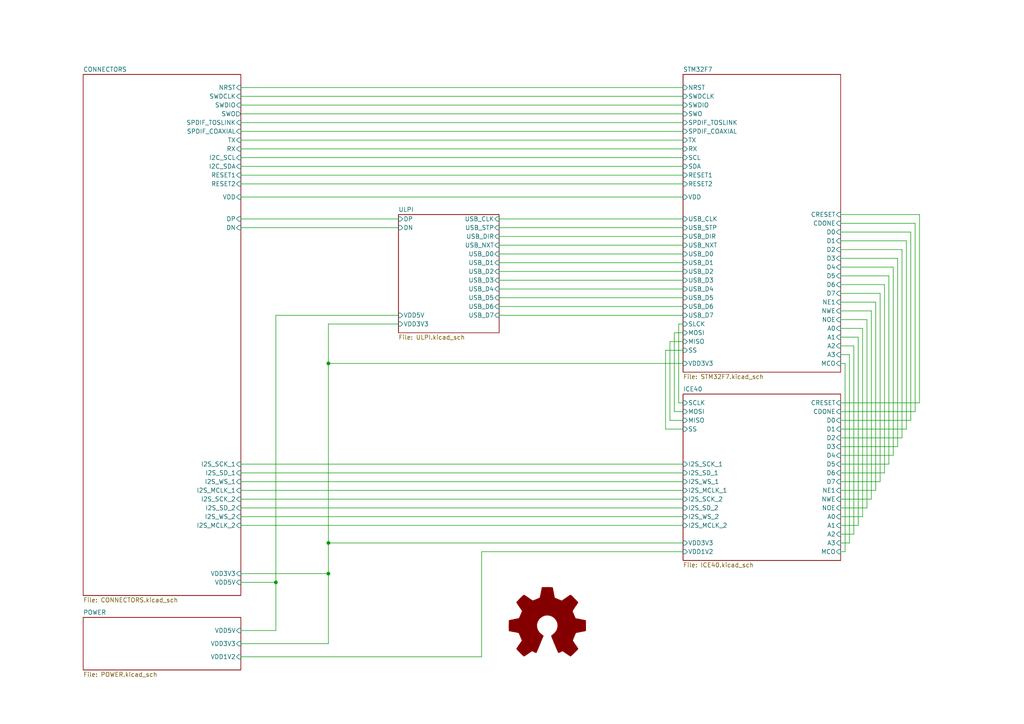
<source format=kicad_sch>
(kicad_sch (version 20211123) (generator eeschema)
  (paper "A4")
  (lib_symbols
    (symbol "Graphic:Logo_Open_Hardware_Large" (pin_names (offset 1.016))
      (symbol "Logo_Open_Hardware_Large_1_1"
        (polyline (pts (xy 6.731 -8.7122) (xy 6.6294 -8.6614) (xy 6.35 -8.4836) (xy 5.9944 -8.255) (xy 5.5372 -7.9502) (xy 5.1054 -7.6454) (xy 4.7498 -7.4168) (xy 4.4958 -7.239) (xy 4.3942 -7.1882) (xy 4.318 -7.2136) (xy 4.1148 -7.3152) (xy 3.81 -7.4676) (xy 3.6322 -7.5692) (xy 3.3528 -7.6708) (xy 3.2258 -7.6962) (xy 3.2004 -7.6708) (xy 3.0988 -7.4676) (xy 2.9464 -7.0866) (xy 2.7178 -6.604) (xy 2.4892 -6.0452) (xy 2.2352 -5.4356) (xy 1.9558 -4.826) (xy 1.7272 -4.2164) (xy 1.4986 -3.683) (xy 1.3208 -3.2512) (xy 1.2192 -2.9464) (xy 1.1684 -2.8194) (xy 1.1938 -2.794) (xy 1.3208 -2.667) (xy 1.5748 -2.4892) (xy 2.0828 -2.0574) (xy 2.6162 -1.397) (xy 2.921 -0.6604) (xy 3.048 0.1524) (xy 2.9464 0.9144) (xy 2.6416 1.6256) (xy 2.1336 2.286) (xy 1.524 2.7686) (xy 0.8128 3.0734) (xy 0 3.175) (xy -0.762 3.0988) (xy -1.4986 2.794) (xy -2.159 2.286) (xy -2.4384 1.9812) (xy -2.8194 1.3208) (xy -3.048 0.6096) (xy -3.0734 0.4318) (xy -3.0226 -0.3556) (xy -2.794 -1.0922) (xy -2.3876 -1.7526) (xy -1.8288 -2.3114) (xy -1.7526 -2.3622) (xy -1.4732 -2.5654) (xy -1.2954 -2.6924) (xy -1.1684 -2.8194) (xy -2.159 -5.207) (xy -2.3114 -5.588) (xy -2.5908 -6.2484) (xy -2.8194 -6.8072) (xy -3.0226 -7.2644) (xy -3.1496 -7.5692) (xy -3.2258 -7.6708) (xy -3.2258 -7.6962) (xy -3.302 -7.6962) (xy -3.4798 -7.6454) (xy -3.8354 -7.4676) (xy -4.0386 -7.366) (xy -4.2926 -7.239) (xy -4.4196 -7.1882) (xy -4.5212 -7.239) (xy -4.7498 -7.3914) (xy -5.1054 -7.6454) (xy -5.5372 -7.9248) (xy -5.9436 -8.2042) (xy -6.3246 -8.4582) (xy -6.604 -8.636) (xy -6.731 -8.7122) (xy -6.7564 -8.7122) (xy -6.858 -8.636) (xy -7.0866 -8.4582) (xy -7.4168 -8.1534) (xy -7.874 -7.6962) (xy -7.9502 -7.62) (xy -8.3312 -7.239) (xy -8.636 -6.9088) (xy -8.8392 -6.6802) (xy -8.9154 -6.5786) (xy -8.9154 -6.5786) (xy -8.8392 -6.4516) (xy -8.6614 -6.1722) (xy -8.4328 -5.7912) (xy -8.128 -5.3594) (xy -7.3152 -4.191) (xy -7.7724 -3.0988) (xy -7.8994 -2.7686) (xy -8.0772 -2.3622) (xy -8.2042 -2.0828) (xy -8.255 -1.9558) (xy -8.382 -1.905) (xy -8.6614 -1.8542) (xy -9.0932 -1.7526) (xy -9.6266 -1.651) (xy -10.1092 -1.5748) (xy -10.541 -1.4732) (xy -10.8712 -1.4224) (xy -11.0236 -1.397) (xy -11.049 -1.3716) (xy -11.0744 -1.2954) (xy -11.0998 -1.143) (xy -11.0998 -0.889) (xy -11.1252 -0.4572) (xy -11.1252 0.1524) (xy -11.1252 0.2286) (xy -11.0998 0.8128) (xy -11.0998 1.27) (xy -11.0744 1.5494) (xy -11.0744 1.6764) (xy -11.0744 1.6764) (xy -10.922 1.7018) (xy -10.6172 1.778) (xy -10.16 1.8542) (xy -9.652 1.9558) (xy -9.6012 1.9812) (xy -9.0932 2.0828) (xy -8.636 2.159) (xy -8.3312 2.2352) (xy -8.2042 2.286) (xy -8.1788 2.3114) (xy -8.0772 2.5146) (xy -7.9248 2.8448) (xy -7.747 3.2512) (xy -7.5692 3.6576) (xy -7.4168 4.0386) (xy -7.3152 4.318) (xy -7.2898 4.445) (xy -7.2898 4.445) (xy -7.366 4.572) (xy -7.5438 4.826) (xy -7.7978 5.207) (xy -8.128 5.6642) (xy -8.128 5.6896) (xy -8.4328 6.1468) (xy -8.6868 6.5278) (xy -8.8392 6.7818) (xy -8.9154 6.9088) (xy -8.9154 6.9088) (xy -8.8138 7.0358) (xy -8.5852 7.2898) (xy -8.255 7.6454) (xy -7.874 8.0264) (xy -7.747 8.1534) (xy -7.3152 8.5852) (xy -7.0104 8.8646) (xy -6.8326 8.9916) (xy -6.731 9.0424) (xy -6.731 9.0424) (xy -6.604 8.9408) (xy -6.3246 8.763) (xy -5.9436 8.509) (xy -5.4864 8.2042) (xy -5.461 8.1788) (xy -5.0038 7.874) (xy -4.6482 7.62) (xy -4.3688 7.4422) (xy -4.2672 7.3914) (xy -4.2418 7.3914) (xy -4.064 7.4422) (xy -3.7338 7.5438) (xy -3.3528 7.6962) (xy -2.9464 7.874) (xy -2.5654 8.0264) (xy -2.286 8.1534) (xy -2.159 8.2296) (xy -2.159 8.2296) (xy -2.1082 8.382) (xy -2.032 8.7122) (xy -1.9304 9.1694) (xy -1.8288 9.7282) (xy -1.8034 9.8044) (xy -1.7018 10.3378) (xy -1.6256 10.7696) (xy -1.5748 11.0744) (xy -1.524 11.2014) (xy -1.4478 11.2268) (xy -1.1938 11.2522) (xy -0.8128 11.2522) (xy -0.3302 11.2522) (xy 0.1524 11.2522) (xy 0.6604 11.2522) (xy 1.0668 11.2268) (xy 1.3716 11.2014) (xy 1.4986 11.176) (xy 1.4986 11.176) (xy 1.5494 11.0236) (xy 1.6256 10.6934) (xy 1.7018 10.2108) (xy 1.8288 9.6774) (xy 1.8288 9.5758) (xy 1.9304 9.0424) (xy 2.032 8.6106) (xy 2.0828 8.3058) (xy 2.1336 8.2042) (xy 2.159 8.1788) (xy 2.3876 8.0772) (xy 2.7432 7.9248) (xy 3.175 7.747) (xy 4.191 7.3406) (xy 5.461 8.2042) (xy 5.5626 8.2804) (xy 6.0198 8.5852) (xy 6.3754 8.8392) (xy 6.6294 8.9916) (xy 6.7564 9.0424) (xy 6.7564 9.0424) (xy 6.8834 8.9408) (xy 7.1374 8.7122) (xy 7.4676 8.382) (xy 7.8486 7.9756) (xy 8.1534 7.6962) (xy 8.4836 7.3406) (xy 8.7122 7.112) (xy 8.8392 6.9596) (xy 8.8646 6.858) (xy 8.8646 6.8072) (xy 8.7884 6.6802) (xy 8.6106 6.4008) (xy 8.3312 6.0198) (xy 8.0264 5.588) (xy 7.7978 5.207) (xy 7.5184 4.8006) (xy 7.3406 4.4958) (xy 7.2898 4.3434) (xy 7.2898 4.2926) (xy 7.3914 4.0386) (xy 7.5184 3.683) (xy 7.7216 3.2258) (xy 8.1534 2.2352) (xy 8.7884 2.1082) (xy 9.1948 2.0574) (xy 9.7536 1.9304) (xy 10.2616 1.8288) (xy 11.0998 1.6764) (xy 11.1252 -1.3208) (xy 10.9982 -1.3716) (xy 10.8712 -1.397) (xy 10.5664 -1.4732) (xy 10.1346 -1.5494) (xy 9.6266 -1.651) (xy 9.1948 -1.7272) (xy 8.7376 -1.8288) (xy 8.4328 -1.8796) (xy 8.2804 -1.905) (xy 8.255 -1.9558) (xy 8.1534 -2.159) (xy 7.9756 -2.5146) (xy 7.8232 -2.921) (xy 7.6454 -3.3274) (xy 7.493 -3.7338) (xy 7.366 -4.0132) (xy 7.3406 -4.191) (xy 7.3914 -4.2926) (xy 7.5692 -4.5466) (xy 7.7978 -4.9276) (xy 8.1026 -5.3594) (xy 8.4074 -5.7912) (xy 8.6614 -6.1722) (xy 8.8138 -6.4262) (xy 8.89 -6.5532) (xy 8.8646 -6.6548) (xy 8.6868 -6.858) (xy 8.3566 -7.1882) (xy 7.874 -7.6708) (xy 7.7978 -7.747) (xy 7.3914 -8.128) (xy 7.0612 -8.4328) (xy 6.8326 -8.636) (xy 6.731 -8.7122)) (fill (type outline)))
      )
    )
  )
  (junction (at 80.01 168.91))
  (junction (at 95.25 166.37))
  (junction (at 95.25 157.48))
  (junction (at 95.25 105.41))
  (wire (pts (xy 262.89 124.46) (xy 262.89 69.85)))
  (wire (pts (xy 139.7 160.02) (xy 198.12 160.02)))
  (wire (pts (xy 198.12 96.52) (xy 195.58 96.52)))
  (wire (pts (xy 198.12 81.28) (xy 144.78 81.28)))
  (wire (pts (xy 69.85 166.37) (xy 95.25 166.37)))
  (wire (pts (xy 69.85 66.04) (xy 115.57 66.04)))
  (wire (pts (xy 198.12 86.36) (xy 144.78 86.36)))
  (wire (pts (xy 195.58 96.52) (xy 195.58 119.38)))
  (wire (pts (xy 69.85 45.72) (xy 198.12 45.72)))
  (wire (pts (xy 69.85 137.16) (xy 198.12 137.16)))
  (wire (pts (xy 69.85 142.24) (xy 198.12 142.24)))
  (wire (pts (xy 193.04 101.6) (xy 193.04 124.46)))
  (wire (pts (xy 243.84 129.54) (xy 260.35 129.54)))
  (wire (pts (xy 250.19 149.86) (xy 250.19 95.25)))
  (wire (pts (xy 69.85 190.5) (xy 139.7 190.5)))
  (wire (pts (xy 261.62 127) (xy 261.62 72.39)))
  (wire (pts (xy 198.12 76.2) (xy 144.78 76.2)))
  (wire (pts (xy 69.85 40.64) (xy 198.12 40.64)))
  (wire (pts (xy 196.85 93.98) (xy 196.85 116.84)))
  (wire (pts (xy 139.7 160.02) (xy 139.7 190.5)))
  (wire (pts (xy 246.38 157.48) (xy 246.38 102.87)))
  (wire (pts (xy 257.81 134.62) (xy 257.81 80.01)))
  (wire (pts (xy 243.84 64.77) (xy 265.43 64.77)))
  (wire (pts (xy 243.84 160.02) (xy 245.11 160.02)))
  (wire (pts (xy 144.78 63.5) (xy 198.12 63.5)))
  (wire (pts (xy 243.84 100.33) (xy 247.65 100.33)))
  (wire (pts (xy 69.85 152.4) (xy 198.12 152.4)))
  (wire (pts (xy 266.7 116.84) (xy 266.7 62.23)))
  (wire (pts (xy 198.12 50.8) (xy 69.85 50.8)))
  (wire (pts (xy 259.08 77.47) (xy 259.08 132.08)))
  (wire (pts (xy 69.85 186.69) (xy 95.25 186.69)))
  (wire (pts (xy 115.57 91.44) (xy 80.01 91.44)))
  (wire (pts (xy 198.12 66.04) (xy 144.78 66.04)))
  (wire (pts (xy 243.84 134.62) (xy 257.81 134.62)))
  (wire (pts (xy 243.84 77.47) (xy 259.08 77.47)))
  (wire (pts (xy 245.11 105.41) (xy 243.84 105.41)))
  (wire (pts (xy 80.01 182.88) (xy 80.01 168.91)))
  (wire (pts (xy 247.65 154.94) (xy 243.84 154.94)))
  (wire (pts (xy 251.46 147.32) (xy 251.46 92.71)))
  (wire (pts (xy 261.62 72.39) (xy 243.84 72.39)))
  (wire (pts (xy 69.85 38.1) (xy 198.12 38.1)))
  (wire (pts (xy 80.01 168.91) (xy 69.85 168.91)))
  (wire (pts (xy 198.12 121.92) (xy 194.31 121.92)))
  (wire (pts (xy 194.31 99.06) (xy 198.12 99.06)))
  (wire (pts (xy 69.85 25.4) (xy 198.12 25.4)))
  (wire (pts (xy 198.12 48.26) (xy 69.85 48.26)))
  (wire (pts (xy 95.25 157.48) (xy 198.12 157.48)))
  (wire (pts (xy 243.84 144.78) (xy 252.73 144.78)))
  (wire (pts (xy 193.04 124.46) (xy 198.12 124.46)))
  (wire (pts (xy 198.12 91.44) (xy 144.78 91.44)))
  (wire (pts (xy 80.01 182.88) (xy 69.85 182.88)))
  (wire (pts (xy 252.73 144.78) (xy 252.73 90.17)))
  (wire (pts (xy 264.16 121.92) (xy 264.16 67.31)))
  (wire (pts (xy 95.25 166.37) (xy 95.25 186.69)))
  (wire (pts (xy 243.84 124.46) (xy 262.89 124.46)))
  (wire (pts (xy 95.25 157.48) (xy 95.25 166.37)))
  (wire (pts (xy 243.84 152.4) (xy 248.92 152.4)))
  (wire (pts (xy 256.54 137.16) (xy 256.54 82.55)))
  (wire (pts (xy 248.92 152.4) (xy 248.92 97.79)))
  (wire (pts (xy 243.84 149.86) (xy 250.19 149.86)))
  (wire (pts (xy 250.19 95.25) (xy 243.84 95.25)))
  (wire (pts (xy 69.85 57.15) (xy 198.12 57.15)))
  (wire (pts (xy 69.85 53.34) (xy 198.12 53.34)))
  (wire (pts (xy 259.08 132.08) (xy 243.84 132.08)))
  (wire (pts (xy 243.84 139.7) (xy 255.27 139.7)))
  (wire (pts (xy 198.12 71.12) (xy 144.78 71.12)))
  (wire (pts (xy 246.38 102.87) (xy 243.84 102.87)))
  (wire (pts (xy 265.43 64.77) (xy 265.43 119.38)))
  (wire (pts (xy 245.11 160.02) (xy 245.11 105.41)))
  (wire (pts (xy 260.35 129.54) (xy 260.35 74.93)))
  (wire (pts (xy 80.01 91.44) (xy 80.01 168.91)))
  (wire (pts (xy 198.12 35.56) (xy 69.85 35.56)))
  (wire (pts (xy 255.27 139.7) (xy 255.27 85.09)))
  (wire (pts (xy 144.78 83.82) (xy 198.12 83.82)))
  (wire (pts (xy 95.25 93.98) (xy 115.57 93.98)))
  (wire (pts (xy 198.12 149.86) (xy 69.85 149.86)))
  (wire (pts (xy 254 142.24) (xy 254 87.63)))
  (wire (pts (xy 265.43 119.38) (xy 243.84 119.38)))
  (wire (pts (xy 69.85 147.32) (xy 198.12 147.32)))
  (wire (pts (xy 254 87.63) (xy 243.84 87.63)))
  (wire (pts (xy 95.25 105.41) (xy 95.25 157.48)))
  (wire (pts (xy 243.84 116.84) (xy 266.7 116.84)))
  (wire (pts (xy 248.92 97.79) (xy 243.84 97.79)))
  (wire (pts (xy 69.85 134.62) (xy 198.12 134.62)))
  (wire (pts (xy 247.65 100.33) (xy 247.65 154.94)))
  (wire (pts (xy 95.25 105.41) (xy 198.12 105.41)))
  (wire (pts (xy 256.54 82.55) (xy 243.84 82.55)))
  (wire (pts (xy 194.31 121.92) (xy 194.31 99.06)))
  (wire (pts (xy 95.25 93.98) (xy 95.25 105.41)))
  (wire (pts (xy 266.7 62.23) (xy 243.84 62.23)))
  (wire (pts (xy 198.12 116.84) (xy 196.85 116.84)))
  (wire (pts (xy 243.84 147.32) (xy 251.46 147.32)))
  (wire (pts (xy 195.58 119.38) (xy 198.12 119.38)))
  (wire (pts (xy 144.78 68.58) (xy 198.12 68.58)))
  (wire (pts (xy 243.84 137.16) (xy 256.54 137.16)))
  (wire (pts (xy 144.78 88.9) (xy 198.12 88.9)))
  (wire (pts (xy 243.84 142.24) (xy 254 142.24)))
  (wire (pts (xy 198.12 101.6) (xy 193.04 101.6)))
  (wire (pts (xy 251.46 92.71) (xy 243.84 92.71)))
  (wire (pts (xy 243.84 121.92) (xy 264.16 121.92)))
  (wire (pts (xy 198.12 144.78) (xy 69.85 144.78)))
  (wire (pts (xy 69.85 27.94) (xy 198.12 27.94)))
  (wire (pts (xy 198.12 139.7) (xy 69.85 139.7)))
  (wire (pts (xy 264.16 67.31) (xy 243.84 67.31)))
  (wire (pts (xy 69.85 33.02) (xy 198.12 33.02)))
  (wire (pts (xy 255.27 85.09) (xy 243.84 85.09)))
  (wire (pts (xy 260.35 74.93) (xy 243.84 74.93)))
  (wire (pts (xy 262.89 69.85) (xy 243.84 69.85)))
  (wire (pts (xy 252.73 90.17) (xy 243.84 90.17)))
  (wire (pts (xy 243.84 157.48) (xy 246.38 157.48)))
  (wire (pts (xy 243.84 127) (xy 261.62 127)))
  (wire (pts (xy 115.57 63.5) (xy 69.85 63.5)))
  (wire (pts (xy 144.78 73.66) (xy 198.12 73.66)))
  (wire (pts (xy 144.78 78.74) (xy 198.12 78.74)))
  (wire (pts (xy 198.12 30.48) (xy 69.85 30.48)))
  (wire (pts (xy 198.12 43.18) (xy 69.85 43.18)))
  (wire (pts (xy 198.12 93.98) (xy 196.85 93.98)))
  (wire (pts (xy 257.81 80.01) (xy 243.84 80.01)))
  (symbol (lib_id "Graphic:Logo_Open_Hardware_Large") (at 158.75 181.61 0) (unit 1)
    (property "Reference" "LOGO1" (effects hide))
    (property "Value" "Logo_Open_Hardware_Large" (effects hide))
    (property "Footprint" "Symbol:OSHW-Logo2_9.8x8mm_SilkScreen" (effects hide))
  )
  (sheet (at 198.12 21.59) (size 45.72 86.36)
    (property "Sheet name" "STM32F7" (at 198.12 20.8784 0) (effects (justify left bottom)))
    (property "Sheet file" "STM32F7.kicad_sch" (at 198.12 108.5346 0) (effects (justify left top)))
    (pin "VDD3V3" input (at 198.12 105.41 180))
    (pin "NRST" input (at 198.12 25.4 180))
    (pin "A0" input (at 243.84 95.25 0))
    (pin "A1" input (at 243.84 97.79 0))
    (pin "USB_STP" input (at 198.12 66.04 180))
    (pin "USB_D0" input (at 198.12 73.66 180))
    (pin "USB_DIR" input (at 198.12 68.58 180))
    (pin "MOSI" input (at 198.12 96.52 180))
    (pin "USB_NXT" input (at 198.12 71.12 180))
    (pin "USB_CLK" input (at 198.12 63.5 180))
    (pin "USB_D2" input (at 198.12 78.74 180))
    (pin "RX" input (at 198.12 43.18 180))
    (pin "TX" input (at 198.12 40.64 180))
    (pin "USB_D1" input (at 198.12 76.2 180))
    (pin "USB_D7" input (at 198.12 91.44 180))
    (pin "SLCK" input (at 198.12 93.98 180))
    (pin "D4" input (at 243.84 77.47 0))
    (pin "D5" input (at 243.84 80.01 0))
    (pin "D6" input (at 243.84 82.55 0))
    (pin "D7" input (at 243.84 85.09 0))
    (pin "MISO" input (at 198.12 99.06 180))
    (pin "NWE" input (at 243.84 90.17 0))
    (pin "NOE" input (at 243.84 92.71 0))
    (pin "D3" input (at 243.84 74.93 0))
    (pin "D2" input (at 243.84 72.39 0))
    (pin "MCO" input (at 243.84 105.41 0))
    (pin "NE1" input (at 243.84 87.63 0))
    (pin "D1" input (at 243.84 69.85 0))
    (pin "D0" input (at 243.84 67.31 0))
    (pin "USB_D6" input (at 198.12 88.9 180))
    (pin "USB_D5" input (at 198.12 86.36 180))
    (pin "USB_D3" input (at 198.12 81.28 180))
    (pin "USB_D4" input (at 198.12 83.82 180))
    (pin "A2" input (at 243.84 100.33 0))
    (pin "A3" input (at 243.84 102.87 0))
    (pin "SDA" input (at 198.12 48.26 180))
    (pin "SCL" input (at 198.12 45.72 180))
    (pin "SWDCLK" input (at 198.12 27.94 180))
    (pin "SWDIO" input (at 198.12 30.48 180))
    (pin "SWO" input (at 198.12 33.02 180))
    (pin "VDD" input (at 198.12 57.15 180))
    (pin "SPDIF_COAXIAL" input (at 198.12 38.1 180))
    (pin "SPDIF_TOSLINK" input (at 198.12 35.56 180))
    (pin "SS" input (at 198.12 101.6 180))
    (pin "CRESET" input (at 243.84 62.23 0))
    (pin "CDONE" input (at 243.84 64.77 0))
    (pin "RESET1" input (at 198.12 50.8 180))
    (pin "RESET2" input (at 198.12 53.34 180))
  )
  (sheet (at 198.12 114.3) (size 45.72 48.26)
    (property "Sheet name" "ICE40" (at 198.12 113.5884 0) (effects (justify left bottom)))
    (property "Sheet file" "ICE40.kicad_sch" (at 198.12 163.1446 0) (effects (justify left top)))
    (pin "CDONE" input (at 243.84 119.38 0))
    (pin "VDD3V3" input (at 198.12 157.48 180))
    (pin "SCLK" input (at 198.12 116.84 180))
    (pin "SS" input (at 198.12 124.46 180))
    (pin "MISO" input (at 198.12 121.92 180))
    (pin "MOSI" input (at 198.12 119.38 180))
    (pin "CRESET" input (at 243.84 116.84 0))
    (pin "VDD1V2" input (at 198.12 160.02 180))
    (pin "D0" input (at 243.84 121.92 0))
    (pin "D1" input (at 243.84 124.46 0))
    (pin "A0" input (at 243.84 149.86 0))
    (pin "A1" input (at 243.84 152.4 0))
    (pin "D2" input (at 243.84 127 0))
    (pin "D3" input (at 243.84 129.54 0))
    (pin "D4" input (at 243.84 132.08 0))
    (pin "D5" input (at 243.84 134.62 0))
    (pin "D6" input (at 243.84 137.16 0))
    (pin "D7" input (at 243.84 139.7 0))
    (pin "NOE" input (at 243.84 147.32 0))
    (pin "NWE" input (at 243.84 144.78 0))
    (pin "NE1" input (at 243.84 142.24 0))
    (pin "I2S_SCK_1" input (at 198.12 134.62 180))
    (pin "MCO" input (at 243.84 160.02 0))
    (pin "I2S_SD_1" input (at 198.12 137.16 180))
    (pin "I2S_WS_1" input (at 198.12 139.7 180))
    (pin "I2S_MCLK_1" input (at 198.12 142.24 180))
    (pin "I2S_SCK_2" input (at 198.12 144.78 180))
    (pin "I2S_SD_2" input (at 198.12 147.32 180))
    (pin "I2S_WS_2" input (at 198.12 149.86 180))
    (pin "I2S_MCLK_2" input (at 198.12 152.4 180))
    (pin "A2" input (at 243.84 154.94 0))
    (pin "A3" input (at 243.84 157.48 0))
  )
  (sheet (at 24.13 179.07) (size 45.72 15.24)
    (property "Sheet name" "POWER" (at 24.13 178.3584 0) (effects (justify left bottom)))
    (property "Sheet file" "POWER.kicad_sch" (at 24.13 194.8946 0) (effects (justify left top)))
    (pin "VDD5V" input (at 69.85 182.88 0))
    (pin "VDD1V2" input (at 69.85 190.5 0))
    (pin "VDD3V3" input (at 69.85 186.69 0))
  )
  (sheet (at 24.13 21.59) (size 45.72 151.13)
    (property "Sheet name" "CONNECTORS" (at 24.13 20.8784 0) (effects (justify left bottom)))
    (property "Sheet file" "CONNECTORS.kicad_sch" (at 24.13 173.3046 0) (effects (justify left top)))
    (pin "VDD5V" input (at 69.85 168.91 0))
    (pin "DP" input (at 69.85 63.5 0))
    (pin "DN" input (at 69.85 66.04 0))
    (pin "I2S_SCK_1" input (at 69.85 134.62 0))
    (pin "I2S_SCK_2" input (at 69.85 144.78 0))
    (pin "I2S_SD_1" input (at 69.85 137.16 0))
    (pin "I2S_WS_1" input (at 69.85 139.7 0))
    (pin "I2S_MCLK_1" input (at 69.85 142.24 0))
    (pin "I2S_SD_2" input (at 69.85 147.32 0))
    (pin "I2S_WS_2" input (at 69.85 149.86 0))
    (pin "I2S_MCLK_2" input (at 69.85 152.4 0))
    (pin "I2C_SDA" input (at 69.85 48.26 0))
    (pin "I2C_SCL" input (at 69.85 45.72 0))
    (pin "RX" input (at 69.85 43.18 0))
    (pin "TX" input (at 69.85 40.64 0))
    (pin "NRST" input (at 69.85 25.4 0))
    (pin "SWDIO" input (at 69.85 30.48 0))
    (pin "SWDCLK" input (at 69.85 27.94 0))
    (pin "SWO" output (at 69.85 33.02 0))
    (pin "VDD" input (at 69.85 57.15 0))
    (pin "VDD3V3" input (at 69.85 166.37 0))
    (pin "SPDIF_TOSLINK" input (at 69.85 35.56 0))
    (pin "SPDIF_COAXIAL" input (at 69.85 38.1 0))
    (pin "RESET1" input (at 69.85 50.8 0))
    (pin "RESET2" input (at 69.85 53.34 0))
  )
  (sheet (at 115.57 62.23) (size 29.21 34.29)
    (property "Sheet name" "ULPI" (at 115.57 61.5184 0) (effects (justify left bottom)))
    (property "Sheet file" "ULPI.kicad_sch" (at 115.57 97.1046 0) (effects (justify left top)))
    (pin "DN" input (at 115.57 66.04 180))
    (pin "DP" input (at 115.57 63.5 180))
    (pin "VDD3V3" input (at 115.57 93.98 180))
    (pin "USB_D7" input (at 144.78 91.44 0))
    (pin "USB_D6" input (at 144.78 88.9 0))
    (pin "USB_D5" input (at 144.78 86.36 0))
    (pin "USB_D4" input (at 144.78 83.82 0))
    (pin "USB_D3" input (at 144.78 81.28 0))
    (pin "USB_D2" input (at 144.78 78.74 0))
    (pin "USB_D1" input (at 144.78 76.2 0))
    (pin "USB_D0" input (at 144.78 73.66 0))
    (pin "USB_NXT" input (at 144.78 71.12 0))
    (pin "USB_DIR" input (at 144.78 68.58 0))
    (pin "USB_STP" input (at 144.78 66.04 0))
    (pin "USB_CLK" input (at 144.78 63.5 0))
    (pin "VDD5V" input (at 115.57 91.44 180))
  )
)
</source>
